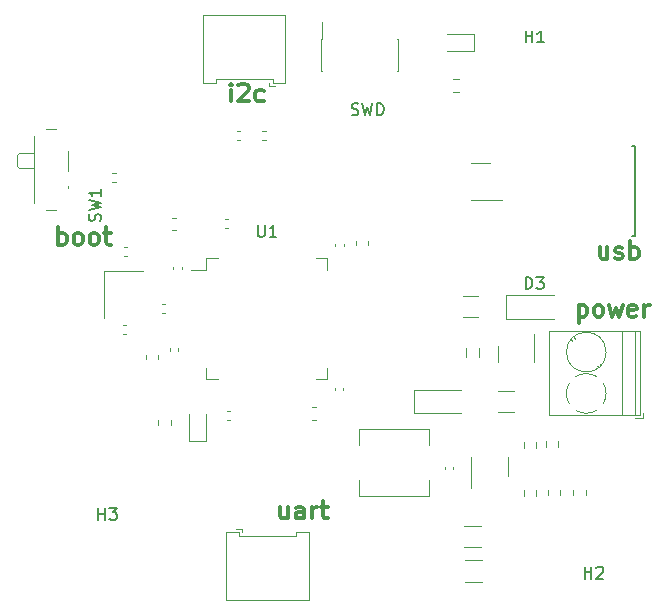
<source format=gbr>
%TF.GenerationSoftware,KiCad,Pcbnew,7.0.2*%
%TF.CreationDate,2023-06-15T10:28:23+05:30*%
%TF.ProjectId,stm32,73746d33-322e-46b6-9963-61645f706362,rev?*%
%TF.SameCoordinates,Original*%
%TF.FileFunction,Legend,Top*%
%TF.FilePolarity,Positive*%
%FSLAX46Y46*%
G04 Gerber Fmt 4.6, Leading zero omitted, Abs format (unit mm)*
G04 Created by KiCad (PCBNEW 7.0.2) date 2023-06-15 10:28:23*
%MOMM*%
%LPD*%
G01*
G04 APERTURE LIST*
%ADD10C,0.300000*%
%ADD11C,0.150000*%
%ADD12C,0.120000*%
%ADD13C,0.127000*%
G04 APERTURE END LIST*
D10*
X92432142Y-79064428D02*
X92432142Y-78064428D01*
X92432142Y-77564428D02*
X92360714Y-77635857D01*
X92360714Y-77635857D02*
X92432142Y-77707285D01*
X92432142Y-77707285D02*
X92503571Y-77635857D01*
X92503571Y-77635857D02*
X92432142Y-77564428D01*
X92432142Y-77564428D02*
X92432142Y-77707285D01*
X93075000Y-77707285D02*
X93146428Y-77635857D01*
X93146428Y-77635857D02*
X93289286Y-77564428D01*
X93289286Y-77564428D02*
X93646428Y-77564428D01*
X93646428Y-77564428D02*
X93789286Y-77635857D01*
X93789286Y-77635857D02*
X93860714Y-77707285D01*
X93860714Y-77707285D02*
X93932143Y-77850142D01*
X93932143Y-77850142D02*
X93932143Y-77993000D01*
X93932143Y-77993000D02*
X93860714Y-78207285D01*
X93860714Y-78207285D02*
X93003571Y-79064428D01*
X93003571Y-79064428D02*
X93932143Y-79064428D01*
X95217857Y-78993000D02*
X95074999Y-79064428D01*
X95074999Y-79064428D02*
X94789285Y-79064428D01*
X94789285Y-79064428D02*
X94646428Y-78993000D01*
X94646428Y-78993000D02*
X94574999Y-78921571D01*
X94574999Y-78921571D02*
X94503571Y-78778714D01*
X94503571Y-78778714D02*
X94503571Y-78350142D01*
X94503571Y-78350142D02*
X94574999Y-78207285D01*
X94574999Y-78207285D02*
X94646428Y-78135857D01*
X94646428Y-78135857D02*
X94789285Y-78064428D01*
X94789285Y-78064428D02*
X95074999Y-78064428D01*
X95074999Y-78064428D02*
X95217857Y-78135857D01*
X121877142Y-96298428D02*
X121877142Y-97798428D01*
X121877142Y-96369857D02*
X122020000Y-96298428D01*
X122020000Y-96298428D02*
X122305714Y-96298428D01*
X122305714Y-96298428D02*
X122448571Y-96369857D01*
X122448571Y-96369857D02*
X122520000Y-96441285D01*
X122520000Y-96441285D02*
X122591428Y-96584142D01*
X122591428Y-96584142D02*
X122591428Y-97012714D01*
X122591428Y-97012714D02*
X122520000Y-97155571D01*
X122520000Y-97155571D02*
X122448571Y-97227000D01*
X122448571Y-97227000D02*
X122305714Y-97298428D01*
X122305714Y-97298428D02*
X122020000Y-97298428D01*
X122020000Y-97298428D02*
X121877142Y-97227000D01*
X123448571Y-97298428D02*
X123305714Y-97227000D01*
X123305714Y-97227000D02*
X123234285Y-97155571D01*
X123234285Y-97155571D02*
X123162857Y-97012714D01*
X123162857Y-97012714D02*
X123162857Y-96584142D01*
X123162857Y-96584142D02*
X123234285Y-96441285D01*
X123234285Y-96441285D02*
X123305714Y-96369857D01*
X123305714Y-96369857D02*
X123448571Y-96298428D01*
X123448571Y-96298428D02*
X123662857Y-96298428D01*
X123662857Y-96298428D02*
X123805714Y-96369857D01*
X123805714Y-96369857D02*
X123877143Y-96441285D01*
X123877143Y-96441285D02*
X123948571Y-96584142D01*
X123948571Y-96584142D02*
X123948571Y-97012714D01*
X123948571Y-97012714D02*
X123877143Y-97155571D01*
X123877143Y-97155571D02*
X123805714Y-97227000D01*
X123805714Y-97227000D02*
X123662857Y-97298428D01*
X123662857Y-97298428D02*
X123448571Y-97298428D01*
X124448571Y-96298428D02*
X124734286Y-97298428D01*
X124734286Y-97298428D02*
X125020000Y-96584142D01*
X125020000Y-96584142D02*
X125305714Y-97298428D01*
X125305714Y-97298428D02*
X125591428Y-96298428D01*
X126734286Y-97227000D02*
X126591429Y-97298428D01*
X126591429Y-97298428D02*
X126305715Y-97298428D01*
X126305715Y-97298428D02*
X126162857Y-97227000D01*
X126162857Y-97227000D02*
X126091429Y-97084142D01*
X126091429Y-97084142D02*
X126091429Y-96512714D01*
X126091429Y-96512714D02*
X126162857Y-96369857D01*
X126162857Y-96369857D02*
X126305715Y-96298428D01*
X126305715Y-96298428D02*
X126591429Y-96298428D01*
X126591429Y-96298428D02*
X126734286Y-96369857D01*
X126734286Y-96369857D02*
X126805715Y-96512714D01*
X126805715Y-96512714D02*
X126805715Y-96655571D01*
X126805715Y-96655571D02*
X126091429Y-96798428D01*
X127448571Y-97298428D02*
X127448571Y-96298428D01*
X127448571Y-96584142D02*
X127520000Y-96441285D01*
X127520000Y-96441285D02*
X127591429Y-96369857D01*
X127591429Y-96369857D02*
X127734286Y-96298428D01*
X127734286Y-96298428D02*
X127877143Y-96298428D01*
X124317000Y-91399428D02*
X124317000Y-92399428D01*
X123674142Y-91399428D02*
X123674142Y-92185142D01*
X123674142Y-92185142D02*
X123745571Y-92328000D01*
X123745571Y-92328000D02*
X123888428Y-92399428D01*
X123888428Y-92399428D02*
X124102714Y-92399428D01*
X124102714Y-92399428D02*
X124245571Y-92328000D01*
X124245571Y-92328000D02*
X124317000Y-92256571D01*
X124959857Y-92328000D02*
X125102714Y-92399428D01*
X125102714Y-92399428D02*
X125388428Y-92399428D01*
X125388428Y-92399428D02*
X125531285Y-92328000D01*
X125531285Y-92328000D02*
X125602714Y-92185142D01*
X125602714Y-92185142D02*
X125602714Y-92113714D01*
X125602714Y-92113714D02*
X125531285Y-91970857D01*
X125531285Y-91970857D02*
X125388428Y-91899428D01*
X125388428Y-91899428D02*
X125174143Y-91899428D01*
X125174143Y-91899428D02*
X125031285Y-91828000D01*
X125031285Y-91828000D02*
X124959857Y-91685142D01*
X124959857Y-91685142D02*
X124959857Y-91613714D01*
X124959857Y-91613714D02*
X125031285Y-91470857D01*
X125031285Y-91470857D02*
X125174143Y-91399428D01*
X125174143Y-91399428D02*
X125388428Y-91399428D01*
X125388428Y-91399428D02*
X125531285Y-91470857D01*
X126245571Y-92399428D02*
X126245571Y-90899428D01*
X126245571Y-91470857D02*
X126388429Y-91399428D01*
X126388429Y-91399428D02*
X126674143Y-91399428D01*
X126674143Y-91399428D02*
X126817000Y-91470857D01*
X126817000Y-91470857D02*
X126888429Y-91542285D01*
X126888429Y-91542285D02*
X126959857Y-91685142D01*
X126959857Y-91685142D02*
X126959857Y-92113714D01*
X126959857Y-92113714D02*
X126888429Y-92256571D01*
X126888429Y-92256571D02*
X126817000Y-92328000D01*
X126817000Y-92328000D02*
X126674143Y-92399428D01*
X126674143Y-92399428D02*
X126388429Y-92399428D01*
X126388429Y-92399428D02*
X126245571Y-92328000D01*
X77827142Y-91198428D02*
X77827142Y-89698428D01*
X77827142Y-90269857D02*
X77970000Y-90198428D01*
X77970000Y-90198428D02*
X78255714Y-90198428D01*
X78255714Y-90198428D02*
X78398571Y-90269857D01*
X78398571Y-90269857D02*
X78470000Y-90341285D01*
X78470000Y-90341285D02*
X78541428Y-90484142D01*
X78541428Y-90484142D02*
X78541428Y-90912714D01*
X78541428Y-90912714D02*
X78470000Y-91055571D01*
X78470000Y-91055571D02*
X78398571Y-91127000D01*
X78398571Y-91127000D02*
X78255714Y-91198428D01*
X78255714Y-91198428D02*
X77970000Y-91198428D01*
X77970000Y-91198428D02*
X77827142Y-91127000D01*
X79398571Y-91198428D02*
X79255714Y-91127000D01*
X79255714Y-91127000D02*
X79184285Y-91055571D01*
X79184285Y-91055571D02*
X79112857Y-90912714D01*
X79112857Y-90912714D02*
X79112857Y-90484142D01*
X79112857Y-90484142D02*
X79184285Y-90341285D01*
X79184285Y-90341285D02*
X79255714Y-90269857D01*
X79255714Y-90269857D02*
X79398571Y-90198428D01*
X79398571Y-90198428D02*
X79612857Y-90198428D01*
X79612857Y-90198428D02*
X79755714Y-90269857D01*
X79755714Y-90269857D02*
X79827143Y-90341285D01*
X79827143Y-90341285D02*
X79898571Y-90484142D01*
X79898571Y-90484142D02*
X79898571Y-90912714D01*
X79898571Y-90912714D02*
X79827143Y-91055571D01*
X79827143Y-91055571D02*
X79755714Y-91127000D01*
X79755714Y-91127000D02*
X79612857Y-91198428D01*
X79612857Y-91198428D02*
X79398571Y-91198428D01*
X80755714Y-91198428D02*
X80612857Y-91127000D01*
X80612857Y-91127000D02*
X80541428Y-91055571D01*
X80541428Y-91055571D02*
X80470000Y-90912714D01*
X80470000Y-90912714D02*
X80470000Y-90484142D01*
X80470000Y-90484142D02*
X80541428Y-90341285D01*
X80541428Y-90341285D02*
X80612857Y-90269857D01*
X80612857Y-90269857D02*
X80755714Y-90198428D01*
X80755714Y-90198428D02*
X80970000Y-90198428D01*
X80970000Y-90198428D02*
X81112857Y-90269857D01*
X81112857Y-90269857D02*
X81184286Y-90341285D01*
X81184286Y-90341285D02*
X81255714Y-90484142D01*
X81255714Y-90484142D02*
X81255714Y-90912714D01*
X81255714Y-90912714D02*
X81184286Y-91055571D01*
X81184286Y-91055571D02*
X81112857Y-91127000D01*
X81112857Y-91127000D02*
X80970000Y-91198428D01*
X80970000Y-91198428D02*
X80755714Y-91198428D01*
X81684286Y-90198428D02*
X82255714Y-90198428D01*
X81898571Y-89698428D02*
X81898571Y-90984142D01*
X81898571Y-90984142D02*
X81970000Y-91127000D01*
X81970000Y-91127000D02*
X82112857Y-91198428D01*
X82112857Y-91198428D02*
X82255714Y-91198428D01*
X97266000Y-113370428D02*
X97266000Y-114370428D01*
X96623142Y-113370428D02*
X96623142Y-114156142D01*
X96623142Y-114156142D02*
X96694571Y-114299000D01*
X96694571Y-114299000D02*
X96837428Y-114370428D01*
X96837428Y-114370428D02*
X97051714Y-114370428D01*
X97051714Y-114370428D02*
X97194571Y-114299000D01*
X97194571Y-114299000D02*
X97266000Y-114227571D01*
X98623143Y-114370428D02*
X98623143Y-113584714D01*
X98623143Y-113584714D02*
X98551714Y-113441857D01*
X98551714Y-113441857D02*
X98408857Y-113370428D01*
X98408857Y-113370428D02*
X98123143Y-113370428D01*
X98123143Y-113370428D02*
X97980285Y-113441857D01*
X98623143Y-114299000D02*
X98480285Y-114370428D01*
X98480285Y-114370428D02*
X98123143Y-114370428D01*
X98123143Y-114370428D02*
X97980285Y-114299000D01*
X97980285Y-114299000D02*
X97908857Y-114156142D01*
X97908857Y-114156142D02*
X97908857Y-114013285D01*
X97908857Y-114013285D02*
X97980285Y-113870428D01*
X97980285Y-113870428D02*
X98123143Y-113799000D01*
X98123143Y-113799000D02*
X98480285Y-113799000D01*
X98480285Y-113799000D02*
X98623143Y-113727571D01*
X99337428Y-114370428D02*
X99337428Y-113370428D01*
X99337428Y-113656142D02*
X99408857Y-113513285D01*
X99408857Y-113513285D02*
X99480286Y-113441857D01*
X99480286Y-113441857D02*
X99623143Y-113370428D01*
X99623143Y-113370428D02*
X99766000Y-113370428D01*
X100051714Y-113370428D02*
X100623142Y-113370428D01*
X100265999Y-112870428D02*
X100265999Y-114156142D01*
X100265999Y-114156142D02*
X100337428Y-114299000D01*
X100337428Y-114299000D02*
X100480285Y-114370428D01*
X100480285Y-114370428D02*
X100623142Y-114370428D01*
D11*
%TO.C,SW1*%
X81365000Y-89165332D02*
X81412619Y-89022475D01*
X81412619Y-89022475D02*
X81412619Y-88784380D01*
X81412619Y-88784380D02*
X81365000Y-88689142D01*
X81365000Y-88689142D02*
X81317380Y-88641523D01*
X81317380Y-88641523D02*
X81222142Y-88593904D01*
X81222142Y-88593904D02*
X81126904Y-88593904D01*
X81126904Y-88593904D02*
X81031666Y-88641523D01*
X81031666Y-88641523D02*
X80984047Y-88689142D01*
X80984047Y-88689142D02*
X80936428Y-88784380D01*
X80936428Y-88784380D02*
X80888809Y-88974856D01*
X80888809Y-88974856D02*
X80841190Y-89070094D01*
X80841190Y-89070094D02*
X80793571Y-89117713D01*
X80793571Y-89117713D02*
X80698333Y-89165332D01*
X80698333Y-89165332D02*
X80603095Y-89165332D01*
X80603095Y-89165332D02*
X80507857Y-89117713D01*
X80507857Y-89117713D02*
X80460238Y-89070094D01*
X80460238Y-89070094D02*
X80412619Y-88974856D01*
X80412619Y-88974856D02*
X80412619Y-88736761D01*
X80412619Y-88736761D02*
X80460238Y-88593904D01*
X80412619Y-88260570D02*
X81412619Y-88022475D01*
X81412619Y-88022475D02*
X80698333Y-87831999D01*
X80698333Y-87831999D02*
X81412619Y-87641523D01*
X81412619Y-87641523D02*
X80412619Y-87403428D01*
X81412619Y-86498666D02*
X81412619Y-87070094D01*
X81412619Y-86784380D02*
X80412619Y-86784380D01*
X80412619Y-86784380D02*
X80555476Y-86879618D01*
X80555476Y-86879618D02*
X80650714Y-86974856D01*
X80650714Y-86974856D02*
X80698333Y-87070094D01*
%TO.C,H1*%
X117377676Y-74064200D02*
X117377676Y-73064200D01*
X117377676Y-73540390D02*
X117949104Y-73540390D01*
X117949104Y-74064200D02*
X117949104Y-73064200D01*
X118949104Y-74064200D02*
X118377676Y-74064200D01*
X118663390Y-74064200D02*
X118663390Y-73064200D01*
X118663390Y-73064200D02*
X118568152Y-73207057D01*
X118568152Y-73207057D02*
X118472914Y-73302295D01*
X118472914Y-73302295D02*
X118377676Y-73349914D01*
%TO.C,H3*%
X81198695Y-114479419D02*
X81198695Y-113479419D01*
X81198695Y-113955609D02*
X81770123Y-113955609D01*
X81770123Y-114479419D02*
X81770123Y-113479419D01*
X82151076Y-113479419D02*
X82770123Y-113479419D01*
X82770123Y-113479419D02*
X82436790Y-113860371D01*
X82436790Y-113860371D02*
X82579647Y-113860371D01*
X82579647Y-113860371D02*
X82674885Y-113907990D01*
X82674885Y-113907990D02*
X82722504Y-113955609D01*
X82722504Y-113955609D02*
X82770123Y-114050847D01*
X82770123Y-114050847D02*
X82770123Y-114288942D01*
X82770123Y-114288942D02*
X82722504Y-114384180D01*
X82722504Y-114384180D02*
X82674885Y-114431800D01*
X82674885Y-114431800D02*
X82579647Y-114479419D01*
X82579647Y-114479419D02*
X82293933Y-114479419D01*
X82293933Y-114479419D02*
X82198695Y-114431800D01*
X82198695Y-114431800D02*
X82151076Y-114384180D01*
%TO.C,J1*%
X102655857Y-80171000D02*
X102798714Y-80218619D01*
X102798714Y-80218619D02*
X103036809Y-80218619D01*
X103036809Y-80218619D02*
X103132047Y-80171000D01*
X103132047Y-80171000D02*
X103179666Y-80123380D01*
X103179666Y-80123380D02*
X103227285Y-80028142D01*
X103227285Y-80028142D02*
X103227285Y-79932904D01*
X103227285Y-79932904D02*
X103179666Y-79837666D01*
X103179666Y-79837666D02*
X103132047Y-79790047D01*
X103132047Y-79790047D02*
X103036809Y-79742428D01*
X103036809Y-79742428D02*
X102846333Y-79694809D01*
X102846333Y-79694809D02*
X102751095Y-79647190D01*
X102751095Y-79647190D02*
X102703476Y-79599571D01*
X102703476Y-79599571D02*
X102655857Y-79504333D01*
X102655857Y-79504333D02*
X102655857Y-79409095D01*
X102655857Y-79409095D02*
X102703476Y-79313857D01*
X102703476Y-79313857D02*
X102751095Y-79266238D01*
X102751095Y-79266238D02*
X102846333Y-79218619D01*
X102846333Y-79218619D02*
X103084428Y-79218619D01*
X103084428Y-79218619D02*
X103227285Y-79266238D01*
X103560619Y-79218619D02*
X103798714Y-80218619D01*
X103798714Y-80218619D02*
X103989190Y-79504333D01*
X103989190Y-79504333D02*
X104179666Y-80218619D01*
X104179666Y-80218619D02*
X104417762Y-79218619D01*
X104798714Y-80218619D02*
X104798714Y-79218619D01*
X104798714Y-79218619D02*
X105036809Y-79218619D01*
X105036809Y-79218619D02*
X105179666Y-79266238D01*
X105179666Y-79266238D02*
X105274904Y-79361476D01*
X105274904Y-79361476D02*
X105322523Y-79456714D01*
X105322523Y-79456714D02*
X105370142Y-79647190D01*
X105370142Y-79647190D02*
X105370142Y-79790047D01*
X105370142Y-79790047D02*
X105322523Y-79980523D01*
X105322523Y-79980523D02*
X105274904Y-80075761D01*
X105274904Y-80075761D02*
X105179666Y-80171000D01*
X105179666Y-80171000D02*
X105036809Y-80218619D01*
X105036809Y-80218619D02*
X104798714Y-80218619D01*
%TO.C,U1*%
X94708095Y-89519619D02*
X94708095Y-90329142D01*
X94708095Y-90329142D02*
X94755714Y-90424380D01*
X94755714Y-90424380D02*
X94803333Y-90472000D01*
X94803333Y-90472000D02*
X94898571Y-90519619D01*
X94898571Y-90519619D02*
X95089047Y-90519619D01*
X95089047Y-90519619D02*
X95184285Y-90472000D01*
X95184285Y-90472000D02*
X95231904Y-90424380D01*
X95231904Y-90424380D02*
X95279523Y-90329142D01*
X95279523Y-90329142D02*
X95279523Y-89519619D01*
X96279523Y-90519619D02*
X95708095Y-90519619D01*
X95993809Y-90519619D02*
X95993809Y-89519619D01*
X95993809Y-89519619D02*
X95898571Y-89662476D01*
X95898571Y-89662476D02*
X95803333Y-89757714D01*
X95803333Y-89757714D02*
X95708095Y-89805333D01*
%TO.C,D3*%
X117381905Y-94944619D02*
X117381905Y-93944619D01*
X117381905Y-93944619D02*
X117620000Y-93944619D01*
X117620000Y-93944619D02*
X117762857Y-93992238D01*
X117762857Y-93992238D02*
X117858095Y-94087476D01*
X117858095Y-94087476D02*
X117905714Y-94182714D01*
X117905714Y-94182714D02*
X117953333Y-94373190D01*
X117953333Y-94373190D02*
X117953333Y-94516047D01*
X117953333Y-94516047D02*
X117905714Y-94706523D01*
X117905714Y-94706523D02*
X117858095Y-94801761D01*
X117858095Y-94801761D02*
X117762857Y-94897000D01*
X117762857Y-94897000D02*
X117620000Y-94944619D01*
X117620000Y-94944619D02*
X117381905Y-94944619D01*
X118286667Y-93944619D02*
X118905714Y-93944619D01*
X118905714Y-93944619D02*
X118572381Y-94325571D01*
X118572381Y-94325571D02*
X118715238Y-94325571D01*
X118715238Y-94325571D02*
X118810476Y-94373190D01*
X118810476Y-94373190D02*
X118858095Y-94420809D01*
X118858095Y-94420809D02*
X118905714Y-94516047D01*
X118905714Y-94516047D02*
X118905714Y-94754142D01*
X118905714Y-94754142D02*
X118858095Y-94849380D01*
X118858095Y-94849380D02*
X118810476Y-94897000D01*
X118810476Y-94897000D02*
X118715238Y-94944619D01*
X118715238Y-94944619D02*
X118429524Y-94944619D01*
X118429524Y-94944619D02*
X118334286Y-94897000D01*
X118334286Y-94897000D02*
X118286667Y-94849380D01*
%TO.C,H2*%
X122377676Y-119464200D02*
X122377676Y-118464200D01*
X122377676Y-118940390D02*
X122949104Y-118940390D01*
X122949104Y-119464200D02*
X122949104Y-118464200D01*
X123377676Y-118559438D02*
X123425295Y-118511819D01*
X123425295Y-118511819D02*
X123520533Y-118464200D01*
X123520533Y-118464200D02*
X123758628Y-118464200D01*
X123758628Y-118464200D02*
X123853866Y-118511819D01*
X123853866Y-118511819D02*
X123901485Y-118559438D01*
X123901485Y-118559438D02*
X123949104Y-118654676D01*
X123949104Y-118654676D02*
X123949104Y-118749914D01*
X123949104Y-118749914D02*
X123901485Y-118892771D01*
X123901485Y-118892771D02*
X123330057Y-119464200D01*
X123330057Y-119464200D02*
X123949104Y-119464200D01*
D12*
%TO.C,J3*%
X92047500Y-115522000D02*
X92047500Y-121242000D01*
X92047500Y-121242000D02*
X95532500Y-121242000D01*
X93117500Y-115522000D02*
X92047500Y-115522000D01*
X93117500Y-115822000D02*
X93117500Y-115522000D01*
X93407500Y-115232000D02*
X92907500Y-115232000D01*
X93407500Y-115532000D02*
X93407500Y-115232000D01*
X95532500Y-115822000D02*
X93117500Y-115822000D01*
X95532500Y-115822000D02*
X97947500Y-115822000D01*
X97947500Y-115522000D02*
X99017500Y-115522000D01*
X97947500Y-115822000D02*
X97947500Y-115522000D01*
X99017500Y-115522000D02*
X99017500Y-121242000D01*
X99017500Y-121242000D02*
X95532500Y-121242000D01*
%TO.C,C5*%
X92327836Y-105992000D02*
X92112164Y-105992000D01*
X92327836Y-105272000D02*
X92112164Y-105272000D01*
%TO.C,C16*%
X111280000Y-109974164D02*
X111280000Y-110189836D01*
X110560000Y-109974164D02*
X110560000Y-110189836D01*
%TO.C,R1*%
X86566359Y-96202000D02*
X86873641Y-96202000D01*
X86566359Y-96962000D02*
X86873641Y-96962000D01*
%TO.C,R6*%
X118272500Y-111979742D02*
X118272500Y-112454258D01*
X117227500Y-111979742D02*
X117227500Y-112454258D01*
%TO.C,SW1*%
X77590000Y-81382000D02*
X76800000Y-81382000D01*
X75790000Y-81982000D02*
X75790000Y-87682000D01*
X78640000Y-83232000D02*
X78640000Y-84932000D01*
X75790000Y-83432000D02*
X74500000Y-83432000D01*
X74500000Y-83432000D02*
X74290000Y-83632000D01*
X74290000Y-83632000D02*
X74290000Y-84532000D01*
X74500000Y-84732000D02*
X74290000Y-84532000D01*
X74500000Y-84732000D02*
X75790000Y-84732000D01*
X78640000Y-86232000D02*
X78640000Y-86432000D01*
X76800000Y-88282000D02*
X77590000Y-88282000D01*
%TO.C,J2*%
X126680000Y-105832000D02*
X127320000Y-105832000D01*
X127320000Y-105832000D02*
X127320000Y-105432000D01*
X119360000Y-105592000D02*
X127080000Y-105592000D01*
X119360000Y-105592000D02*
X119360000Y-98472000D01*
X125520000Y-105592000D02*
X125520000Y-98472000D01*
X126620000Y-105592000D02*
X126620000Y-98472000D01*
X127080000Y-105592000D02*
X127080000Y-98472000D01*
X123461000Y-101427000D02*
X123589000Y-101556000D01*
X123701000Y-101257000D02*
X123794000Y-101351000D01*
X121245000Y-99212000D02*
X121339000Y-99306000D01*
X121451000Y-99007000D02*
X121579000Y-99136000D01*
X119360000Y-98472000D02*
X127080000Y-98472000D01*
X121654000Y-105222000D02*
G75*
G03*
X123409894Y-105207358I866000J1439998D01*
G01*
X121080000Y-102916000D02*
G75*
G03*
X121094642Y-104671894I1439998J-866000D01*
G01*
X123960000Y-104648000D02*
G75*
G03*
X124200098Y-103753326I-1440014J866003D01*
G01*
X124199999Y-103782000D02*
G75*
G03*
X123944720Y-102891736I-1679989J3D01*
G01*
X123410999Y-102357001D02*
G75*
G03*
X121629808Y-102356497I-890999J-1425002D01*
G01*
X124200000Y-100282000D02*
G75*
G03*
X124200000Y-100282000I-1680000J0D01*
G01*
%TO.C,R9*%
X111268742Y-77201500D02*
X111743258Y-77201500D01*
X111268742Y-78246500D02*
X111743258Y-78246500D01*
%TO.C,C7*%
X101260000Y-91339836D02*
X101260000Y-91124164D01*
X101980000Y-91339836D02*
X101980000Y-91124164D01*
%TO.C,U3*%
X113570000Y-87392000D02*
X115370000Y-87392000D01*
X113570000Y-87392000D02*
X112770000Y-87392000D01*
X113570000Y-84272000D02*
X114370000Y-84272000D01*
X113570000Y-84272000D02*
X112770000Y-84272000D01*
%TO.C,D2*%
X107910000Y-103482000D02*
X107910000Y-105482000D01*
X107910000Y-103482000D02*
X111920000Y-103482000D01*
X107910000Y-105482000D02*
X111920000Y-105482000D01*
%TO.C,C2*%
X99329420Y-104972000D02*
X99610580Y-104972000D01*
X99329420Y-105992000D02*
X99610580Y-105992000D01*
%TO.C,C3*%
X87770580Y-89918000D02*
X87489420Y-89918000D01*
X87770580Y-88898000D02*
X87489420Y-88898000D01*
%TO.C,R11*%
X93244641Y-82295000D02*
X92937359Y-82295000D01*
X93244641Y-81535000D02*
X92937359Y-81535000D01*
%TO.C,Q1*%
X118130000Y-100444500D02*
X118130000Y-98769500D01*
X118130000Y-100444500D02*
X118130000Y-101094500D01*
X115010000Y-100444500D02*
X115010000Y-99794500D01*
X115010000Y-100444500D02*
X115010000Y-101094500D01*
%TO.C,R3*%
X87342500Y-105999242D02*
X87342500Y-106473758D01*
X86297500Y-105999242D02*
X86297500Y-106473758D01*
%TO.C,R10*%
X95096359Y-81535000D02*
X95403641Y-81535000D01*
X95096359Y-82295000D02*
X95403641Y-82295000D01*
%TO.C,C8*%
X91967164Y-89048000D02*
X92182836Y-89048000D01*
X91967164Y-89768000D02*
X92182836Y-89768000D01*
%TO.C,D1*%
X88885000Y-107771500D02*
X90355000Y-107771500D01*
X90355000Y-107771500D02*
X90355000Y-105486500D01*
X88885000Y-105486500D02*
X88885000Y-107771500D01*
D13*
%TO.C,J5*%
X126649500Y-90432000D02*
X126419500Y-90432000D01*
X126649500Y-90432000D02*
X126649500Y-82832000D01*
X126649500Y-82832000D02*
X126419500Y-82832000D01*
D12*
%TO.C,D4*%
X112980000Y-74817000D02*
X112980000Y-73347000D01*
X112980000Y-73347000D02*
X110695000Y-73347000D01*
X110695000Y-74817000D02*
X112980000Y-74817000D01*
%TO.C,R4*%
X117227500Y-108390258D02*
X117227500Y-107915742D01*
X118272500Y-108390258D02*
X118272500Y-107915742D01*
%TO.C,J1*%
X100085000Y-76462000D02*
X100145000Y-76462000D01*
X100085000Y-76462000D02*
X100085000Y-73802000D01*
X106495000Y-76462000D02*
X106555000Y-76462000D01*
X106555000Y-76462000D02*
X106555000Y-73802000D01*
X100085000Y-73802000D02*
X100145000Y-73802000D01*
X100145000Y-73802000D02*
X100145000Y-72342000D01*
X106495000Y-73802000D02*
X106555000Y-73802000D01*
%TO.C,U2*%
X112760000Y-109982000D02*
X112760000Y-111782000D01*
X112760000Y-109982000D02*
X112760000Y-109182000D01*
X115880000Y-109982000D02*
X115880000Y-110782000D01*
X115880000Y-109982000D02*
X115880000Y-109182000D01*
%TO.C,U1*%
X90360000Y-92347000D02*
X90360000Y-93297000D01*
X90360000Y-93297000D02*
X89020000Y-93297000D01*
X90360000Y-102567000D02*
X90360000Y-101617000D01*
X91310000Y-92347000D02*
X90360000Y-92347000D01*
X91310000Y-102567000D02*
X90360000Y-102567000D01*
X99630000Y-92347000D02*
X100580000Y-92347000D01*
X99630000Y-102567000D02*
X100580000Y-102567000D01*
X100580000Y-92347000D02*
X100580000Y-93297000D01*
X100580000Y-102567000D02*
X100580000Y-101617000D01*
%TO.C,C4*%
X87560000Y-93269836D02*
X87560000Y-93054164D01*
X88280000Y-93269836D02*
X88280000Y-93054164D01*
%TO.C,Y1*%
X85030000Y-93422000D02*
X81730000Y-93422000D01*
X81730000Y-93422000D02*
X81730000Y-97422000D01*
%TO.C,FB1*%
X112360000Y-100719122D02*
X112360000Y-99919878D01*
X113480000Y-100719122D02*
X113480000Y-99919878D01*
%TO.C,C10*%
X85215000Y-100851580D02*
X85215000Y-100570420D01*
X86235000Y-100851580D02*
X86235000Y-100570420D01*
%TO.C,L2*%
X109180000Y-112492000D02*
X109180000Y-111142000D01*
X109180000Y-112492000D02*
X103260000Y-112492000D01*
X109180000Y-106772000D02*
X109180000Y-108122000D01*
X109180000Y-106772000D02*
X103260000Y-106772000D01*
X103260000Y-112492000D02*
X103260000Y-111142000D01*
X103260000Y-106772000D02*
X103260000Y-108122000D01*
%TO.C,C12*%
X83546836Y-98732000D02*
X83331164Y-98732000D01*
X83546836Y-98012000D02*
X83331164Y-98012000D01*
%TO.C,F1*%
X112117936Y-95522000D02*
X113322064Y-95522000D01*
X112117936Y-97342000D02*
X113322064Y-97342000D01*
%TO.C,R8*%
X122472500Y-111929742D02*
X122472500Y-112404258D01*
X121427500Y-111929742D02*
X121427500Y-112404258D01*
%TO.C,C14*%
X112158748Y-114972000D02*
X113581252Y-114972000D01*
X112158748Y-116792000D02*
X113581252Y-116792000D01*
%TO.C,C15*%
X112258748Y-117922000D02*
X113681252Y-117922000D01*
X112258748Y-119742000D02*
X113681252Y-119742000D01*
%TO.C,C1*%
X102995000Y-91199580D02*
X102995000Y-90918420D01*
X104015000Y-91199580D02*
X104015000Y-90918420D01*
%TO.C,C9*%
X87270000Y-100183836D02*
X87270000Y-99968164D01*
X87990000Y-100183836D02*
X87990000Y-99968164D01*
%TO.C,D3*%
X115760000Y-95482000D02*
X115760000Y-97482000D01*
X115760000Y-95482000D02*
X119770000Y-95482000D01*
X115760000Y-97482000D02*
X119770000Y-97482000D01*
%TO.C,C11*%
X83422164Y-91412000D02*
X83637836Y-91412000D01*
X83422164Y-92132000D02*
X83637836Y-92132000D01*
%TO.C,C6*%
X101930000Y-103304164D02*
X101930000Y-103519836D01*
X101210000Y-103304164D02*
X101210000Y-103519836D01*
%TO.C,C13*%
X115008748Y-103572000D02*
X116431252Y-103572000D01*
X115008748Y-105392000D02*
X116431252Y-105392000D01*
%TO.C,R7*%
X119277500Y-112404258D02*
X119277500Y-111929742D01*
X120322500Y-112404258D02*
X120322500Y-111929742D01*
%TO.C,J4*%
X97055000Y-77492000D02*
X97055000Y-71772000D01*
X97055000Y-71772000D02*
X93570000Y-71772000D01*
X95985000Y-77492000D02*
X97055000Y-77492000D01*
X95985000Y-77192000D02*
X95985000Y-77492000D01*
X95695000Y-77782000D02*
X96195000Y-77782000D01*
X95695000Y-77482000D02*
X95695000Y-77782000D01*
X93570000Y-77192000D02*
X95985000Y-77192000D01*
X93570000Y-77192000D02*
X91155000Y-77192000D01*
X91155000Y-77492000D02*
X90085000Y-77492000D01*
X91155000Y-77192000D02*
X91155000Y-77492000D01*
X90085000Y-77492000D02*
X90085000Y-71772000D01*
X90085000Y-71772000D02*
X93570000Y-71772000D01*
%TO.C,R5*%
X120122500Y-107840742D02*
X120122500Y-108315258D01*
X119077500Y-107840742D02*
X119077500Y-108315258D01*
%TO.C,R2*%
X82396359Y-85091000D02*
X82703641Y-85091000D01*
X82396359Y-85851000D02*
X82703641Y-85851000D01*
%TD*%
M02*

</source>
